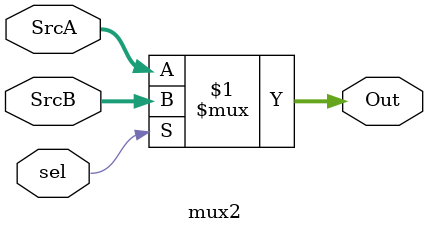
<source format=v>
`timescale 1ns / 1ps
module mux2 #(parameter WIDTH=32)(
    input [WIDTH-1:0] SrcA,
    input [WIDTH-1:0] SrcB,
	input sel,
    output [WIDTH-1:0] Out
    );

	assign Out=sel?SrcB:SrcA;

endmodule

</source>
